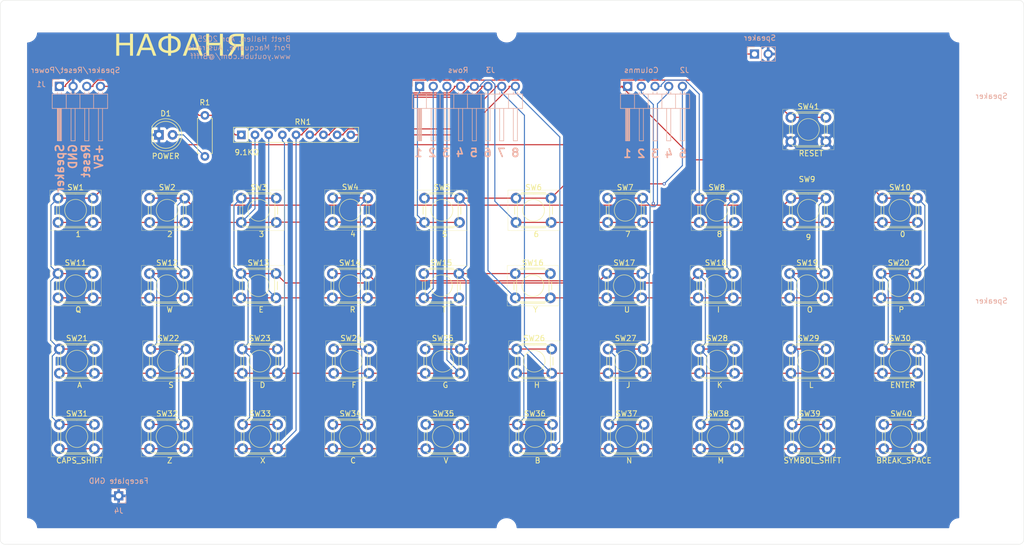
<source format=kicad_pcb>
(kicad_pcb (version 20241229) (generator "pcbnew") (generator_version "9.0")
  (title_block (title "Новая Клавиатура Нафаня/New Nafanya Keyboard") (date "6-Apr-2025") (company "Brett Hallen") (comment 1 "www.youtube.com/@Brfff"))
  (layers (0 "F.Cu" signal) (2 "B.Cu" signal) (13 "F.Paste" user) (15 "B.Paste" user) (5 "F.SilkS" user "F.Silkscreen") (7 "B.SilkS" user "B.Silkscreen") (1 "F.Mask" user) (3 "B.Mask" user) (25 "Edge.Cuts" user))
  (net 0 "")
  (net 1 "GND")
  (net 2 "Net-(D1-A)")
  (net 3 "SPEAKER")
  (net 4 "COL2")
  (net 5 "ROW6")
  (net 6 "ROW1")
  (net 7 "RESET")
  (net 8 "ROW5")
  (net 9 "ROW2")
  (net 10 "COL1")
  (net 11 "ROW8")
  (net 12 "ROW4")
  (net 13 "COL3")
  (net 14 "ROW3")
  (net 15 "ROW7")
  (net 16 "+5V")
  (net 17 "COL4")
  (net 18 "COL5")
  (footprint "Button_Switch_THT:SW_PUSH_6mm_H8.5mm" (layer "F.Cu") (at 117.75 128.75)
    (property "Reference" "SW34")
    (property "Value" "C")
  )
  (footprint "Button_Switch_THT:SW_PUSH_6mm_H8.5mm" (layer "F.Cu") (at 186 128.75)
    (property "Reference" "SW38")
    (property "Value" "M")
  )
  (footprint "Button_Switch_THT:SW_PUSH_6mm_H8.5mm" (layer "F.Cu") (at 169 128.75)
    (property "Reference" "SW37")
    (property "Value" "N")
  )
  (footprint "Button_Switch_THT:SW_PUSH_6mm_H8.5mm" (layer "F.Cu") (at 83.7222 100.75)
    (property "Reference" "SW12")
    (property "Value" "W")
  )
  (footprint "Resistor_THT:R_Array_SIP9" (layer "F.Cu") (at 100.76 75)
    (property "Reference" "RN1")
    (property "Value" "9.1KΩ")
  )
  (footprint "Button_Switch_THT:SW_PUSH_6mm_H8.5mm" (layer "F.Cu") (at 134.6389 100.75)
    (property "Reference" "SW15")
    (property "Value" "T")
  )
  (footprint "Button_Switch_THT:SW_PUSH_6mm_H8.5mm" (layer "F.Cu") (at 117.9167 114.75)
    (property "Reference" "SW24")
    (property "Value" "F")
  )
  (footprint "Button_Switch_THT:SW_PUSH_6mm_H8.5mm" (layer "F.Cu") (at 219.75 86.75)
    (property "Reference" "SW10")
    (property "Value" "0")
  )
  (footprint "Button_Switch_THT:SW_PUSH_6mm_H8.5mm" (layer "F.Cu") (at 219.75 114.75)
    (property "Reference" "SW30")
    (property "Value" "ENTER")
  )
  (footprint "Button_Switch_THT:SW_PUSH_6mm_H8.5mm" (layer "F.Cu") (at 151.75 86.75)
    (property "Reference" "SW6")
    (property "Value" "6")
  )
  (footprint "Button_Switch_THT:SW_PUSH_6mm_H8.5mm" (layer "F.Cu") (at 185.8056 114.75)
    (property "Reference" "SW28")
    (property "Value" "K")
  )
  (footprint "MountingHole:MountingHole_3.2mm_M3" (layer "F.Cu") (at 234 56)
    (property "Reference" "H5" (hide yes))
    (property "Value" "PCB" (hide yes))
  )
  (footprint "Button_Switch_THT:SW_PUSH_6mm_H8.5mm" (layer "F.Cu") (at 168.75 86.75)
    (property "Reference" "SW7")
    (property "Value" "7")
  )
  (footprint "Button_Switch_THT:SW_PUSH_6mm_H8.5mm" (layer "F.Cu") (at 185.75 86.75)
    (property "Reference" "SW8")
    (property "Value" "8")
  )
  (footprint "Button_Switch_THT:SW_PUSH_6mm_H8.5mm" (layer "F.Cu") (at 152 128.75)
    (property "Reference" "SW36")
    (property "Value" "B")
  )
  (footprint "Resistor_THT:R_Axial_DIN0207_L6.3mm_D2.5mm_P7.62mm_Horizontal" (layer "F.Cu") (at 94 79 90)
    (property "Reference" "R1")
    (property "Value" "300Ω" (hide yes))
  )
  (footprint "Button_Switch_THT:SW_PUSH_6mm_H8.5mm" (layer "F.Cu") (at 83.7222 128.75)
    (property "Reference" "SW32")
    (property "Value" "Z")
  )
  (footprint "Button_Switch_THT:SW_PUSH_6mm_H8.5mm" (layer "F.Cu") (at 151.8611 114.75)
    (property "Reference" "SW26")
    (property "Value" "H")
  )
  (footprint "Button_Switch_THT:SW_PUSH_6mm_H8.5mm" (layer "F.Cu") (at 168.5833 100.75)
    (property "Reference" "SW17")
    (property "Value" "U")
  )
  (footprint "Button_Switch_THT:SW_PUSH_6mm_H8.5mm" (layer "F.Cu") (at 66.75 86.75)
    (property "Reference" "SW1")
    (property "Value" "1")
  )
  (footprint "Button_Switch_THT:SW_PUSH_6mm_H8.5mm" (layer "F.Cu") (at 202.5278 100.75)
    (property "Reference" "SW19")
    (property "Value" "O")
  )
  (footprint "MountingHole:MountingHole_3.2mm_M3" (layer "F.Cu") (at 150 56)
    (property "Reference" "H7" (hide yes))
    (property "Value" "PCB" (hide yes))
  )
  (footprint "Button_Switch_THT:SW_PUSH_6mm_H8.5mm" (layer "F.Cu") (at 101 128.75)
    (property "Reference" "SW33")
    (property "Value" "X")
  )
  (footprint "Button_Switch_THT:SW_PUSH_6mm_H8.5mm" (layer "F.Cu") (at 117.6667 100.75)
    (property "Reference" "SW14")
    (property "Value" "R")
  )
  (footprint "Button_Switch_THT:SW_PUSH_6mm_H8.5mm" (layer "F.Cu") (at 100.75 86.75)
    (property "Reference" "SW3")
    (property "Value" "3")
  )
  (footprint "Button_Switch_THT:SW_PUSH_6mm_H8.5mm" (layer "F.Cu") (at 134.8889 114.75)
    (property "Reference" "SW25")
    (property "Value" "G")
  )
  (footprint "Button_Switch_THT:SW_PUSH_6mm_H8.5mm" (layer "F.Cu") (at 120.9757 88.9569)
    (property "Reference" "SW4")
    (property "Value" "4")
  )
  (footprint "Button_Switch_THT:SW_PUSH_6mm_H8.5mm" (layer "F.Cu") (at 202.7778 114.75)
    (property "Reference" "SW29")
    (property "Value" "L")
  )
  (footprint "Button_Switch_THT:SW_PUSH_6mm_H8.5mm" (layer "F.Cu") (at 83.75 86.75)
    (property "Reference" "SW2")
    (property "Value" "2")
  )
  (footprint "Button_Switch_THT:SW_PUSH_6mm_H8.5mm" (layer "F.Cu") (at 220 128.75)
    (property "Reference" "SW40")
    (property "Value" "BREAK_SPACE")
  )
  (footprint "MountingHole:MountingHole_3.2mm_M3" (layer "F.Cu") (at 61 56)
    (property "Reference" "H4" (hide yes))
    (property "Value" "PCB" (hide yes))
  )
  (footprint "Button_Switch_THT:SW_PUSH_6mm_H8.5mm" (layer "F.Cu") (at 185.5556 100.75)
    (property "Reference" "SW18")
    (property "Value" "I")
  )
  (footprint "Button_Switch_THT:SW_PUSH_6mm_H8.5mm" (layer "F.Cu") (at 134.75 86.75)
    (property "Reference" "SW5")
    (property "Value" "5")
  )
  (footprint "Button_Switch_THT:SW_PUSH_6mm_H8.5mm" (layer "F.Cu") (at 83.9722 114.75)
    (property "Reference" "SW22")
    (property "Value" "S")
  )
  (footprint "Button_Switch_THT:SW_PUSH_6mm_H8.5mm" (layer "F.Cu") (at 168.8333 114.75)
    (property "Reference" "SW27")
    (property "Value" "J")
  )
  (footprint "Button_Switch_THT:SW_PUSH_6mm_H8.5mm" (layer "F.Cu") (at 66.75 100.75)
    (property "Reference" "SW11")
    (property "Value" "Q")
  )
  (footprint "Button_Switch_THT:SW_PUSH_6mm_H8.5mm" (layer "F.Cu") (at 100.6944 100.75)
    (property "Reference" "SW13")
    (property "Value" "E")
  )
  (footprint "Button_Switch_THT:SW_PUSH_6mm_H8.5mm" (layer "F.Cu") (at 67 114.75)
    (property "Reference" "SW21")
    (property "Value" "A")
  )
  (footprint "Button_Switch_THT:SW_PUSH_6mm_H8.5mm" (layer "F.Cu") (at 151.6111 100.75)
    (property "Reference" "SW16")
    (property "Value" "Y")
  )
  (footprint "Button_Switch_THT:SW_PUSH_6mm_H8.5mm" (layer "F.Cu") (at 219.5 100.75)
    (property "Reference" "SW20")
    (property "Value" "P")
  )
  (footprint "MountingHole:MountingHole_3.2mm_M3" (layer "F.Cu") (at 150 148)
    (property "Reference" "H6" (hide yes))
    (property "Value" "PCB" (hide yes))
  )
  (footprint "MountingHole:MountingHole_3.2mm_M3" (layer "F.Cu") (at 234 148)
    (property "Reference" "H2" (hide yes))
    (property "Value" "PCB" (hide yes))
  )
  (footprint "MountingHole:MountingHole_3.2mm_M3" (layer "F.Cu") (at 61 148)
    (property "Reference" "H3" (hide yes))
    (property "Value" "PCB" (hide yes))
  )
  (footprint "Button_Switch_THT:SW_PUSH_6mm_H8.5mm" (layer "F.Cu") (at 100.9444 114.75)
    (property "Reference" "SW23")
    (property "Value" "D")
  )
  (footprint "Button_Switch_THT:SW_PUSH_6mm_H8.5mm" (layer "F.Cu") (at 203 128.75)
    (property "Reference" "SW39")
    (property "Value" "SYMBOL_SHIFT")
  )
  (footprint "Button_Switch_THT:SW_PUSH_6mm_H8.5mm" (layer "F.Cu") (at 135 128.75)
    (property "Reference" "SW35")
    (property "Value" "V")
  )
  (footprint "Button_Switch_THT:SW_PUSH_6mm_H8.5mm" (layer "F.Cu") (at 67 128.75)
    (property "Reference" "SW31")
    (property "Value" "CAPS_SHIFT")
  )
  (footprint "Button_Switch_THT:SW_PUSH_6mm_H8.5mm" (layer "F.Cu") (at 202.75 71.75)
    (property "Reference" "SW41")
    (property "Value" "RESET")
  )
  (footprint "LED_THT:LED_D5.0mm" (layer "F.Cu") (at 85.46 75)
    (property "Reference" "D1")
    (property "Value" "POWER")
  )
  (footprint "Button_Switch_THT:SW_PUSH_6mm_H8.5mm" (layer "F.Cu") (at 206 89)
    (property "Reference" "SW9")
    (property "Value" "9")
  )
  (footprint "Connector_PinSocket_2.54mm:PinSocket_1x01_P2.54mm_Vertical" (layer "B.Cu") (at 78 142)
    (property "Reference" "J4")
    (property "Value" "Faceplate GND")
  )
  (footprint "MountingHole:MountingHole_3.2mm_M3" (layer "B.Cu") (at 240 72)
    (property "Reference" "H8" (hide yes))
    (property "Value" "Speaker")
  )
  (footprint "Connector_PinHeader_2.54mm:PinHeader_1x05_P2.54mm_Horizontal" (layer "B.Cu") (at 172.46 66 -90)
    (property "Reference" "J2")
    (property "Value" "Columns")
  )
  (footprint "Connector_PinHeader_2.54mm:PinHeader_1x08_P2.54mm_Horizontal" (layer "B.Cu") (at 133.84 66 -90)
    (property "Reference" "J3")
    (property "Value" "Rows")
  )
  (footprint "MountingHole:MountingHole_3.2mm_M3" (layer "B.Cu") (at 240 110)
    (property "Reference" "H1" (hide yes))
    (property "Value" "Speaker")
  )
  (footprint "Connector_PinHeader_2.54mm:PinHeader_1x02_P2.54mm_Vertical" (layer "B.Cu") (at 196 60 -90)
    (property "Reference" "LS1" (hide yes))
    (property "Value" "Speaker")
  )
  (footprint "Connector_PinHeader_2.54mm:PinHeader_1x04_P2.54mm_Horizontal" (layer "B.Cu") (at 67 66 -90)
    (property "Reference" "J1")
    (property "Value" "Speaker/Reset/Power")
  )
  (gr_arc (start 246 150) (mid 245.707107 150.707107) (end 245 151) (stroke (width 0.05)) (layer "Edge.Cuts"))
  (gr_line (start 57 50) (end 245 50) (stroke (width 0.05)) (layer "Edge.Cuts"))
  (gr_line (start 56 150) (end 56 51) (stroke (width 0.05)) (layer "Edge.Cuts"))
  (gr_arc (start 56 51) (mid 56.292893 50.292893) (end 57 50) (stroke (width 0.05)) (layer "Edge.Cuts"))
  (gr_line (start 246 51) (end 246 150) (stroke (width 0.05)) (layer "Edge.Cuts"))
  (gr_arc (start 245 50) (mid 245.707107 50.292893) (end 246 51) (stroke (width 0.05)) (layer "Edge.Cuts"))
  (gr_line (start 245 151) (end 57 151) (stroke (width 0.05)) (layer "Edge.Cuts"))
  (gr_arc (start 57 151) (mid 56.292893 150.707107) (end 56 150) (stroke (width 0.05)) (layer "Edge.Cuts"))
  (gr_text "НАФАНЯ" (at 77 61 0) (layer "F.SilkS") (effects (font (size 4 4) (thickness 0.1)) (justify left bottom)))
  (gr_text "8 7 6 5 4 3 2 1" (at 152.527262 79.210187 0) (layer "B.SilkS") (effects (font (size 1.5 1.5) (thickness 0.3) (bold yes)) (justify left bottom mirror)))
  (gr_text "Speaker\nGND\nReset\n+5V" (at 75.197264 76.55 90) (layer "B.SilkS") (effects (font (size 1.5 1.5) (thickness 0.3) (bold yes)) (justify left bottom mirror)))
  (gr_text "5 4 3 2 1" (at 183.59128 79.37124 0) (layer "B.SilkS") (effects (font (size 1.5 1.5) (thickness 0.3) (bold yes)) (justify left bottom mirror)))
  (gr_text "Brett Hallen, Apr 2025\nPort Macquarie, Australia\nwww.youtube.com/@Brfff" (at 110 61 0) (layer "B.SilkS") (effects (font (size 1 1) (thickness 0.1)) (justify left bottom mirror)))
  (segment (start 90 75) (end 94 79) (width 0.2) (layer "B.Cu") (net 2))
  (segment (start 88 75) (end 90 75) (width 0.2) (layer "B.Cu") (net 2))
  (segment (start 196 60) (end 73.8638 60) (width 0.2) (layer "F.Cu") (net 3))
  (segment (start 67 66) (end 68.1517 66) (width 0.2) (layer "F.Cu") (net 3))
  (segment (start 73.8638 60) (end 68.1517 65.7121) (width 0.2) (layer "F.Cu") (net 3))
  (segment (start 68.1517 65.7121) (end 68.1517 66) (width 0.2) (layer "F.Cu") (net 3))
  (segment (start 90.2222 100.75) (end 83.7222 100.75) (width 0.2) (layer "F.Cu") (net 4))
  (segment (start 90.4722 114.75) (end 83.9722 114.75) (width 0.2) (layer "F.Cu") (net 4))
  (segment (start 83.75 86.75) (end 90.25 86.75) (width 0.2) (layer "F.Cu") (net 4))
  (segment (start 209.25 86.75) (end 202.75 86.75) (width 0.2) (layer "F.Cu") (net 4))
  (segment (start 177.2296 88.0526) (end 201.4474 88.0526) (width 0.2) (layer "F.Cu") (net 4))
  (segment (start 91.5526 88.0526) (end 177.2296 88.0526) (width 0.2) (layer "F.Cu") (net 4))
  (segment (start 201.4474 88.0526) (end 202.75 86.75) (width 0.2) (layer "F.Cu") (net 4))
  (segment (start 177.2296 87.7217) (end 177.2296 88.0526) (width 0.2) (layer "F.Cu") (net 4))
  (segment (start 209.2778 114.75) (end 202.7778 114.75) (width 0.2) (layer "F.Cu") (net 4))
  (segment (start 209.0278 100.75) (end 202.5278 100.75) (width 0.2) (layer "F.Cu") (net 4))
  (segment (start 90.25 86.75) (end 91.5526 88.0526) (width 0.2) (layer "F.Cu") (net 4))
  (segment (start 209.5 128.75) (end 203 128.75) (width 0.2) (layer "F.Cu") (net 4))
  (segment (start 90.2222 128.75) (end 83.7222 128.75) (width 0.2) (layer "F.Cu") (net 4))
  (via (at 177.2296 87.7217) (size 0.6) (drill 0.3) (layers "F.Cu" "B.Cu") (net 4))
  (segment (start 88.8962 99.424) (end 90.2222 100.75) (width 0.2) (layer "B.Cu") (net 4))
  (segment (start 83.9722 114.75) (end 85.0502 113.672) (width 0.2) (layer "B.Cu") (net 4))
  (segment (start 175 67.1517) (end 177.2296 69.3813) (width 0.2) (layer "B.Cu") (net 4))
  (segment (start 85.0502 113.672) (end 85.0502 102.078) (width 0.2) (layer "B.Cu") (net 4))
  (segment (start 85.0502 102.078) (end 83.7222 100.75) (width 0.2) (layer "B.Cu") (net 4))
  (segment (start 204.0815 115.0926) (end 203.7389 114.75) (width 0.2) (layer "B.Cu") (net 4))
  (segment (start 88.8962 88.1038) (end 88.8962 99.424) (width 0.2) (layer "B.Cu") (net 4))
  (segment (start 209.25 86.75) (end 207.9463 88.0537) (width 0.2) (layer "B.Cu") (net 4))
  (segment (start 207.9463 88.0537) (end 207.9463 99.6685) (width 0.2) (layer "B.Cu") (net 4))
  (segment (start 204.0815 127.6685) (end 204.0815 115.0926) (width 0.2) (layer "B.Cu") (net 4))
  (segment (start 175 66) (end 175 67.1517) (width 0.2) (layer "B.Cu") (net 4))
  (segment (start 90.4722 114.75) (end 89.1546 116.0676) (width 0.2) (layer "B.Cu") (net 4))
  (segment (start 203 128.75) (end 204.0815 127.6685) (width 0.2) (layer "B.Cu") (net 4))
  (segment (start 203.7389 114.75) (end 202.7778 114.75) (width 0.2) (layer "B.Cu") (net 4))
  (segment (start 203.7389 114.75) (end 203.85 114.6389) (width 0.2) (layer "B.Cu") (net 4))
  (segment (start 89.1546 116.0676) (end 89.1546 127.6824) (width 0.2) (layer "B.Cu") (net 4))
  (segment (start 207.9463 99.6685) (end 209.0278 100.75) (width 0.2) (layer "B.Cu") (net 4))
  (segment (start 90.25 86.75) (end 88.8962 88.1038) (width 0.2) (layer "B.Cu") (net 4))
  (segment (start 89.1546 127.6824) (end 90.2222 128.75) (width 0.2) (layer "B.Cu") (net 4))
  (segment (start 177.2296 69.3813) (end 177.2296 87.7217) (width 0.2) (layer "B.Cu") (net 4))
  (segment (start 203.85 114.6389) (end 203.85 102.0722) (width 0.2) (layer "B.Cu") (net 4))
  (segment (start 203.85 102.0722) (end 202.5278 100.75) (width 0.2) (layer "B.Cu") (net 4))
  (segment (start 151.6111 105.25) (end 158.1111 105.25) (width 0.2) (layer "F.Cu") (net 5))
  (segment (start 145.3883 66.2685) (end 145.3883 66) (width 0.2) (layer "F.Cu") (net 5))
  (segment (start 219.5 105.25) (end 209.0278 105.25) (width 0.2) (layer "F.Cu") (net 5))
  (segment (start 117.1017 75) (end 117.1017 74.8623) (width 0.2) (layer "F.Cu") (net 5))
  (segment (start 117.1017 74.8623) (end 123.9463 68.0177) (width 0.2) (layer "F.Cu") (net 5))
  (segment (start 226 105.25) (end 219.5 105.25) (width 0.2) (layer "F.Cu") (net 5))
  (segment (start 143.6391 68.0177) (end 145.3883 66.2685) (width 0.2) (layer "F.Cu") (net 5))
  (segment (start 123.9463 68.0177) (end 143.6391 68.0177) (width 0.2) (layer "F.Cu") (net 5))
  (segment (start 146.54 66) (end 145.3883 66) (width 0.2) (layer "F.Cu") (net 5))
  (segment (start 116 75) (end 117.1017 75) (width 0.2) (layer "F.Cu") (net 5))
  (segment (start 175.0833 105.25) (end 168.5833 105.25) (width 0.2) (layer "F.Cu") (net 5))
  (segment (start 158.1111 105.25) (end 168.5833 105.25) (width 0.2) (layer "F.Cu") (net 5))
  (segment (start 192.0556 105.25) (end 185.5556 105.25) (width 0.2) (layer "F.Cu") (net 5))
  (segment (start 192.0556 105.25) (end 202.5278 105.25) (width 0.2) (layer "F.Cu") (net 5))
  (segment (start 185.5556 105.25) (end 175.0833 105.25) (width 0.2) (layer "F.Cu") (net 5))
  (segment (start 209.0278 105.25) (end 202.5278 105.25) (width 0.2) (layer "F.Cu") (net 5))
  (segment (start 151.6111 105.25) (end 146.54 100.1789) (width 0.2) (layer "B.Cu") (net 5))
  (segment (start 146.54 100.1789) (end 146.54 66) (width 0.2) (layer "B.Cu") (net 5))
  (segment (start 90.25 91.25) (end 100.75 91.25) (width 0.2) (layer "F.Cu") (net 6))
  (segment (start 124.2257 91.2058) (end 117.7257 91.2058) (width 0.2) (layer "F.Cu") (net 6))
  (segment (start 73.25 91.25) (end 66.75 91.25) (width 0.2) (layer "F.Cu") (net 6))
  (segment (start 134.75 91.25) (end 124.2699 91.25) (width 0.2) (layer "F.Cu") (net 6))
  (segment (start 90.25 91.25) (end 83.75 91.25) (width 0.2) (layer "F.Cu") (net 6))
  (segment (start 141.25 91.25) (end 134.75 91.25) (width 0.2) (layer "F.Cu") (net 6))
  (segment (start 83.75 91.25) (end 73.25 91.25) (width 0.2) (layer "F.Cu") (net 6))
  (segment (start 107.2942 91.2058) (end 107.25 91.25) (width 0.2) (layer "F.Cu") (net 6))
  (segment (start 117.7257 91.2058) (end 107.2942 91.2058) (width 0.2) (layer "F.Cu") (net 6))
  (segment (start 124.2699 91.25) (end 124.2257 91.2058) (width 0.2) (layer "F.Cu") (net 6))
  (segment (start 107.25 91.25) (end 100.75 91.25) (width 0.2) (layer "F.Cu") (net 6))
  (segment (start 133.4451 89.9451) (end 133.4451 67.5466) (width 0.2) (layer "B.Cu") (net 6))
  (segment (start 134.75 91.25) (end 133.4451 89.9451) (width 0.2) (layer "B.Cu") (net 6))
  (segment (start 133.4451 67.5466) (end 133.84 67.1517) (width 0.2) (layer "B.Cu") (net 6))
  (segment (start 103.3 75) (end 103.3 88.7) (width 0.2) (layer "B.Cu") (net 6))
  (segment (start 103.3 88.7) (end 100.75 91.25) (width 0.2) (layer "B.Cu") (net 6))
  (segment (start 133.84 66) (end 133.84 67.1517) (width 0.2) (layer "B.Cu") (net 6))
  (segment (start 202.75 71.75) (end 195.8396 64.8396) (width 0.2) (layer "F.Cu") (net 7))
  (segment (start 209.25 71.75) (end 202.75 71.75) (width 0.2) (layer "F.Cu") (net 7))
  (segment (start 74.1236 64.8396) (end 73.2317 65.7315) (width 0.2) (layer "F.Cu") (net 7))
  (segment (start 195.8396 64.8396) (end 74.1236 64.8396) (width 0.2) (layer "F.Cu") (net 7))
  (segment (start 73.2317 65.7315) (end 73.2317 66) (width 0.2) (layer "F.Cu") (net 7))
  (segment (start 72.08 66) (end 73.2317 66) (width 0.2) (layer "F.Cu") (net 7))
  (segment (start 175.25 91.25) (end 168.75 91.25) (width 0.2) (layer "F.Cu") (net 8))
  (segment (start 113.46 75) (end 114.5617 75) (width 0.2) (layer "F.Cu") (net 8))
  (segment (start 121.808 67.616) (end 141.5008 67.616) (width 0.2) (layer "F.Cu") (net 8))
  (segment (start 114.5617 75) (end 114.5617 74.8623) (width 0.2) (layer "F.Cu") (net 8))
  (segment (start 202.75 91.25) (end 209.25 91.25) (width 0.2) (layer "F.Cu") (net 8))
  (segment (start 202.75 91.25) (end 192.25 91.25) (width 0.2) (layer "F.Cu") (net 8))
  (segment (start 142.8483 66.2685) (end 142.8483 66) (width 0.2) (layer "F.Cu") (net 8))
  (segment (start 192.25 91.25) (end 185.75 91.25) (width 0.2) (layer "F.Cu") (net 8))
  (segment (start 185.75 91.25) (end 175.25 91.25) (width 0.2) (layer "F.Cu") (net 8))
  (segment (start 226.25 91.25) (end 219.75 91.25) (width 0.2) (layer "F.Cu") (net 8))
  (segment (start 141.5008 67.616) (end 142.8483 66.2685) (width 0.2) (layer "F.Cu") (net 8))
  (segment (start 158.25 91.25) (end 151.75 91.25) (width 0.2) (layer "F.Cu") (net 8))
  (segment (start 114.5617 74.8623) (end 121.808 67.616) (width 0.2) (layer "F.Cu") (net 8))
  (segment (start 209.25 91.25) (end 219.75 91.25) (width 0.2) (layer "F.Cu") (net 8))
  (segment (start 168.75 91.25) (end 158.25 91.25) (width 0.2) (layer "F.Cu") (net 8))
  (segment (start 144 66) (end 142.8483 66) (width 0.2) (layer "F.Cu") (net 8))
  (segment (start 151.75 91.25) (end 147.81 87.31) (width 0.2) (layer "B.Cu") (net 8))
  (segment (start 145.1517 65.7315) (end 145.1517 66) (width 0.2) (layer "B.Cu") (net 8))
  (segment (start 146.038 64.8452) (end 145.1517 65.7315) (width 0.2) (layer "B.Cu") (net 8))
  (segment (start 147.81 87.31) (end 147.81 65.6074) (width 0.2) (layer "B.Cu") (net 8))
  (segment (start 147.0478 64.8452) (end 146.038 64.8452) (width 0.2) (layer "B.Cu") (net 8))
  (segment (start 147.81 65.6074) (end 147.0478 64.8452) (width 0.2) (layer "B.Cu") (net 8))
  (segment (start 144 66) (end 145.1517 66) (width 0.2) (layer "B.Cu") (net 8))
  (segment (start 124.1667 105.25) (end 117.6667 105.25) (width 0.2) (layer "F.Cu") (net 9))
  (segment (start 107.1944 105.25) (end 100.6944 105.25) (width 0.2) (layer "F.Cu") (net 9))
  (segment (start 141.1389 105.25) (end 134.6389 105.25) (width 0.2) (layer "F.Cu") (net 9))
  (segment (start 66.75 105.25) (end 73.25 105.25) (width 0.2) (layer "F.Cu") (net 9))
  (segment (start 100.6944 105.25) (end 90.2222 105.25) (width 0.2) (layer "F.Cu") (net 9))
  (segment (start 90.2222 105.25) (end 83.7222 105.25) (width 0.2) (layer "F.Cu") (net 9))
  (segment (start 117.6667 105.25) (end 107.1944 105.25) (width 0.2) (layer "F.Cu") (net 9))
  (segment (start 73.25 105.25) (end 83.7222 105.25) (width 0.2) (layer "F.Cu") (net 9))
  (segment (start 124.1667 105.25) (end 134.6389 105.25) (width 0.2) (layer "F.Cu") (net 9))
  (segment (start 105.84 103.8956) (end 107.1944 105.25) (width 0.2) (layer "B.Cu") (net 9))
  (segment (start 105.84 75) (end 105.84 103.8956) (width 0.2) (layer "B.Cu") (net 9))
  (segment (start 134.6389 105.25) (end 136.38 103.5089) (width 0.2) (layer "B.Cu") (net 9))
  (segment (start 136.38 103.5089) (end 136.38 66) (width 0.2) (layer "B.Cu") (net 9))
  (segment (start 212.6336 79.6336) (end 184.9419 79.6336) (width 0.2) (layer "F.Cu") (net 10))
  (segment (start 226.5 128.75) (end 220 128.75) (width 0.2) (layer "F.Cu") (net 10))
  (segment (start 73.5 114.75) (end 67 114.75) (width 0.2) (layer "F.Cu") (net 10))
  (segment (start 226 100.75) (end 219.5 100.75) (width 0.2) (layer "F.Cu") (net 10))
  (segment (start 172.46 66) (end 171.3083 66) (width 0.2) (layer "F.Cu") (net 10))
  (segment (start 66.75 86.75) (end 73.25 86.75) (width 0.2) (layer "F.Cu") (net 10))
  (segment (start 184.9419 79.6336) (end 171.3083 66) (width 0.2) (layer "F.Cu") (net 10))
  (segment (start 160.4806 76.8277) (end 83.1723 76.8277) (width 0.2) (layer "F.Cu") (net 10))
  (segment (start 226.25 86.75) (end 219.75 86.75) (width 0.2) (layer "F.Cu") (net 10))
  (segment (start 83.1723 76.8277) (end 73.25 86.75) (width 0.2) (layer "F.Cu") (net 10))
  (segment (start 171.3083 66) (end 160.4806 76.8277) (width 0.2) (layer "F.Cu") (net 10))
  (segment (start 73.5 128.75) (end 67 128.75) (width 0.2) (layer "F.Cu") (net 10))
  (segment (start 219.75 86.75) (end 212.6336 79.6336) (width 0.2) (layer "F.Cu") (net 10))
  (segment (start 73.25 100.75) (end 66.75 100.75) (width 0.2) (layer "F.Cu") (net 10))
  (segment (start 226.25 114.75) (end 219.75 114.75) (width 0.2) (layer "F.Cu") (net 10))
  (segment (start 65.3837 113.1337) (end 65.3837 102.1163) (width 0.2) (layer "B.Cu") (net 10))
  (segment (start 65.3837 102.1163) (end 66.75 100.75) (width 0.2) (layer "B.Cu") (net 10))
  (segment (start 65.6904 127.4404) (end 65.6904 116.0596) (width 0.2) (layer "B.Cu") (net 10))
  (segment (start 66.75 100.75) (end 65.4403 99.4403) (width 0.2) (layer "B.Cu") (net 10))
  (segment (start 226.5 128.75) (end 227.5663 127.6837) (width 0.2) (layer "B.Cu") (net 10))
  (segment (start 227.6112 88.1112) (end 226.25 86.75) (width 0.2) (layer "B.Cu") (net 10))
  (segment (start 65.6904 116.0596) (end 67 114.75) (width 0.2) (layer "B.Cu") (net 10))
  (segment (start 227.5663 127.6837) (end 227.5663 116.0663) (width 0.2) (layer "B.Cu") (net 10))
  (segment (start 65.4403 88.0597) (end 66.75 86.75) (width 0.2) (layer "B.Cu") (net 10))
  (segment (start 220.8176 113.6824) (end 220.8176 102.0676) (width 0.2) (layer "B.Cu") (net 10))
  (segment (start 226 100.75) (end 227.6112 99.1388) (width 0.2) (layer "B.Cu") (net 10))
  (segment (start 220.8176 102.0676) (end 219.5 100.75) (width 0.2) (layer "B.Cu") (net 10))
  (segment (start 227.5663 116.0663) (end 226.25 114.75) (width 0.2) (layer "B.Cu") (net 10))
  (segment (start 67 128.75) (end 65.6904 127.4404) (width 0.2) (layer "B.Cu") (net 10))
  (segment (start 219.75 114.75) (end 220.8176 113.6824) (width 0.2) (layer "B.Cu") (net 10))
  (segment (start 227.6112 99.1388) (end 227.6112 88.1112) (width 0.2) (layer "B.Cu") (net 10))
  (segment (start 65.4403 99.4403) (end 65.4403 88.0597) (width 0.2) (layer "B.Cu") (net 10))
  (segment (start 67 114.75) (end 65.3837 113.1337) (width 0.2) (layer "B.Cu") (net 10))
  (segment (start 158.5 133.25) (end 169 133.25) (width 0.2) (layer "F.Cu") (net 11))
  (segment (start 209.5 133.25) (end 203 133.25) (width 0.2) (layer "F.Cu") (net 11))
  (segment (start 203 133.25) (end 192.5 133.25) (width 0.2) (layer "F.Cu") (net 11))
  (segment (start 141.7368 75) (end 121.08 75) (width 0.2) (layer "F.Cu") (net 11))
  (segment (start 152 133.25) (end 158.5 133.25) (width 0.2) (layer "F.Cu") (net 11))
  (segment (start 209.5 133.25) (end 220 133.25) (width 0.2) (layer "F.Cu") (net 11))
  (segment (start 226.5 133.25) (end 220 133.25) (width 0.2) (layer "F.Cu") (net 11))
  (segment (start 150.4683 66.2685) (end 141.7368 75) (width 0.2) (layer "F.Cu") (net 11))
  (segment (start 151.62 66) (end 150.4683 66) (width 0.2) (layer "F.Cu") (net 11))
  (segment (start 192.5 133.25) (end 186 133.25) (width 0.2) (layer "F.Cu") (net 11))
  (segment (start 150.4683 66) (end 150.4683 66.2685) (width 0.2) (layer "F.Cu") (net 11))
  (segment (start 169 133.25) (end 175.5 133.25) (width 0.2) (layer "F.Cu") (net 11))
  (segment (start 175.5 133.25) (end 186 133.25) (width 0.2) (layer "F.Cu") (net 11))
  (segment (start 158.5 133.25) (end 159.8687 131.8813) (width 0.2) (layer "B.Cu") (net 11))
  (segment (start 159.8687 131.8813) (end 159.8687 75.4004) (width 0.2) (layer "B.Cu") (net 11))
  (segment (start 159.8687 75.4004) (end 151.62 67.1517) (width 0.2) (layer "B.Cu") (net 11))
  (segment (start 151.62 66) (end 151.62 67.1517) (width 0.2) (layer "B.Cu") (net 11))
  (segment (start 90.2222 133.25) (end 101 133.25) (width 0.2) (layer "F.Cu") (net 12))
  (segment (start 141.5 133.25) (end 135 133.25) (width 0.2) (layer "F.Cu") (net 12))
  (segment (start 73.5 133.25) (end 83.7222 133.25) (width 0.2) (layer "F.Cu") (net 12))
  (segment (start 124.25 133.25) (end 117.75 133.25) (width 0.2) (layer "F.Cu") (net 12))
  (segment (start 67 133.25) (end 73.5 133.25) (width 0.2) (layer "F.Cu") (net 12))
  (segment (start 101 133.25) (end 107.5 133.25) (width 0.2) (layer "F.Cu") (net 12))
  (segment (start 107.5 133.25) (end 117.75 133.25) (width 0.2) (layer "F.Cu") (net 12))
  (segment (start 112.0217 75) (end 112.0217 74.8623) (width 0.2) (layer "F.Cu") (net 12))
  (segment (start 135 133.25) (end 124.25 133.25) (width 0.2) (layer "F.Cu") (net 12))
  (segment (start 110.92 75) (end 112.0217 75) (width 0.2) (layer "F.Cu") (net 12))
  (segment (start 112.0217 74.8623) (end 119.6697 67.2143) (width 0.2) (layer "F.Cu") (net 12))
  (segment (start 119.6697 67.2143) (end 139.3625 67.2143) (width 0.2) (layer "F.Cu") (net 12))
  (segment (start 141.46 66) (end 140.3083 66) (width 0.2) (layer "F.Cu") (net 12))
  (segment (start 140.3083 66.2685) (end 140.3083 66) (width 0.2) (layer "F.Cu") (net 12))
  (segment (start 83.7222 133.25) (end 90.2222 133.25) (width 0.2) (layer "F.Cu") (net 12))
  (segment (start 139.3625 67.2143) (end 140.3083 66.2685) (width 0.2) (layer "F.Cu") (net 12))
  (segment (start 107.5 133.25) (end 110.92 129.83) (width 0.2) (layer "B.Cu") (net 12))
  (segment (start 110.92 129.83) (end 110.92 75) (width 0.2) (layer "B.Cu") (net 12))
  (segment (start 192.5 128.75) (end 186 128.75) (width 0.2) (layer "F.Cu") (net 13))
  (segment (start 107.1944 100.75) (end 108.932 102.4876) (width 0.2) (layer "F.Cu") (net 13))
  (segment (start 100.6944 100.75) (end 107.1944 100.75) (width 0.2) (layer "F.Cu") (net 13))
  (segment (start 108.932 102.4876) (end 183.818 102.4876) (width 0.2) (layer "F.Cu") (net 13))
  (segment (start 107.4444 114.75) (end 100.9444 114.75) (width 0.2) (layer "F.Cu") (net 13))
  (segment (start 192.0556 100.75) (end 185.5556 100.75) (width 0.2) (layer "F.Cu") (net 13))
  (segment (start 107.5 128.75) (end 101 128.75) (width 0.2) (layer "F.Cu") (net 13))
  (segment (start 107.25 86.75) (end 100.75 86.75) (width 0.2) (layer "F.Cu") (net 13))
  (segment (start 192.3056 114.75) (end 185.8056 114.75) (width 0.2) (layer "F.Cu") (net 13))
  (segment (start 183.818 102.4876) (end 185.5556 100.75) (width 0.2) (layer "F.Cu") (net 13))
  (segment (start 192.25 86.75) (end 185.75 86.75) (width 0.2) (layer "F.Cu") (net 13))
  (segment (start 185.75 67.4545) (end 183.1392 64.8437) (width 0.2) (layer "B.Cu") (net 13))
  (segment (start 102.3105 127.4395) (end 101 128.75) (width 0.2) (layer "B.Cu") (net 13))
  (segment (start 190.8917 88.1083) (end 190.8917 99.5861) (width 0.2) (layer "B.Cu") (net 13))
  (segment (start 179.5795 64.8437) (end 178.6917 65.7315) (width 0.2) (layer "B.Cu") (net 13))
  (segment (start 192.25 86.75) (end 190.8917 88.1083) (width 0.2) (layer "B.Cu") (net 13))
  (segment (start 190.8917 99.5861) (end 192.0556 100.75) (width 0.2) (layer "B.Cu") (net 13))
  (segment (start 186.8732 113.6824) (end 185.8056 114.75) (width 0.2) (layer "B.Cu") (net 13))
  (segment (start 100.75 86.75) (end 99.4006 88.0994) (width 0.2) (layer "B.Cu") (net 13))
  (segment (start 187.1203 116.0647) (end 187.1203 127.6297) (width 0.2) (layer "B.Cu") (net 13))
  (segment (start 185.5556 100.75) (end 186.8732 102.0676) (width 0.2) (layer "B.Cu") (net 13))
  (segment (start 100.9444 114.75) (end 102.3105 116.1161) (width 0.2) (layer "B.Cu") (net 13))
  (segment (start 102.3105 116.1161) (end 102.3105 127.4395) (width 0.2) (layer "B.Cu") (net 13))
  (segment (start 187.1203 127.6297) (end 186 128.75) (width 0.2) (layer "B.Cu") (net 13))
  (segment (start 186.8732 102.0676) (end 186.8732 113.6824) (width 0.2) (layer "B.Cu") (net 13))
  (segment (start 178.6917 65.7315) (end 178.6917 66) (width 0.2) (layer "B.Cu") (net 13))
  (segment (start 99.4006 99.4562) (end 100.6944 100.75) (width 0.2) (layer "B.Cu") (net 13))
  (segment (start 99.4006 88.0994) (end 99.4006 99.4562) (width 0.2) (layer "B.Cu") (net 13))
  (segment (start 102.012 113.6824) (end 100.9444 114.75) (width 0.2) (layer "B.Cu") (net 13))
  (segment (start 185.8056 114.75) (end 187.1203 116.0647) (width 0.2) (layer "B.Cu") (net 13))
  (segment (start 185.75 86.75) (end 185.75 67.4545) (width 0.2) (layer "B.Cu") (net 13))
  (segment (start 100.6944 100.75) (end 102.012 102.0676) (width 0.2) (layer "B.Cu") (net 13))
  (segment (start 102.012 102.0676) (end 102.012 113.6824) (width 0.2) (layer "B.Cu") (net 13))
  (segment (start 177.54 66) (end 178.6917 66) (width 0.2) (layer "B.Cu") (net 13))
  (segment (start 183.1392 64.8437) (end 179.5795 64.8437) (width 0.2) (layer "B.Cu") (net 13))
  (segment (start 134.8889 119.25) (end 124.4167 119.25) (width 0.2) (layer "F.Cu") (net 14))
  (segment (start 90.4722 119.25) (end 83.9722 119.25) (width 0.2) (layer "F.Cu") (net 14))
  (segment (start 124.4167 119.25) (end 117.9167 119.25) (width 0.2) (layer "F.Cu") (net 14))
  (segment (start 100.9444 119.25) (end 90.4722 119.25) (width 0.2) (layer "F.Cu") (net 14))
  (segment (start 107.4444 119.25) (end 117.9167 119.25) (width 0.2) (layer "F.Cu") (net 14))
  (segment (start 141.3889 119.25) (end 134.8889 119.25) (width 0.2) (layer "F.Cu") (net 14))
  (segment (start 67 119.25) (end 73.5 119.25) (width 0.2) (layer "F.Cu") (net 14))
  (segment (start 100.9444 119.25) (end 107.4444 119.25) (width 0.2) (layer "F.Cu") (net 14))
  (segment (start 73.5 119.25) (end 83.9722 119.25) (width 0.2) (layer "F.Cu") (net 14))
  (segment (start 141.3889 119.25) (end 138.92 116.7811) (width 0.2) (layer "B.Cu") (net 14))
  (segment (start 108.7681 76.4898) (end 108.7681 117.9263) (width 0.2) (layer "B.Cu") (net 14))
  (segment (start 108.38 75) (end 108.38 76.1017) (width 0.2) (layer "B.Cu") (net 14))
  (segment (start 108.7681 117.9263) (end 107.4444 119.25) (width 0.2) (layer "B.Cu") (net 14))
  (segment (start 108.38 76.1017) (end 108.7681 76.4898) (width 0.2) (layer "B.Cu") (net 14))
  (segment (start 138.92 116.7811) (end 138.92 66) (width 0.2) (layer "B.Cu") (net 14))
  (segment (start 209.2778 119.25) (end 219.75 119.25) (width 0.2) (layer "F.Cu") (net 15))
  (segment (start 149.08 66) (end 147.9283 66) (width 0.2) (layer "F.Cu") (net 15))
  (segment (start 168.8333 119.25) (end 175.3333 119.25) (width 0.2) (layer "F.Cu") (net 15))
  (segment (start 140.2985 73.8983) (end 147.9283 66.2685) (width 0.2) (layer "F.Cu") (net 15))
  (segment (start 120.6056 73.8983) (end 140.2985 73.8983) (width 0.2) (layer "F.Cu") (net 15))
  (segment (start 119.6417 74.8622) (end 120.6056 73.8983) (width 0.2) (layer "F.Cu") (net 15))
  (segment (start 147.9283 66.2685) (end 147.9283 66) (width 0.2) (layer "F.Cu") (net 15))
  (segment (start 192.3056 119.25) (end 185.8056 119.25) (width 0.2) (layer "F.Cu") (net 15))
  (segment (start 119.6417 75) (end 119.6417 74.8622) (width 0.2) (layer "F.Cu") (net 15))
  (segment (start 175.3333 119.25) (end 185.8056 119.25) (width 0.2) (layer "F.Cu") (net 15))
  (segment (start 118.54 75) (end 119.6417 75) (width 0.2) (layer "F.Cu") (net 15))
  (segment (start 202.7778 119.25) (end 209.2778 119.25) (width 0.2) (layer "F.Cu") (net 15))
  (segment (start 202.7778 119.25) (end 192.3056 119.25) (width 0.2) (layer "F.Cu") (net 15))
  (segment (start 158.3611 119.25) (end 151.8611 119.25) (width 0.2) (layer "F.Cu") (net 15))
  (segment (start 226.25 119.25) (end 219.75 119.25) (width 0.2) (layer "F.Cu") (net 15))
  (segment (start 168.8333 119.25) (end 158.3611 119.25) (width 0.2) (layer "F.Cu") (net 15))
  (segment (start 153.3057 71.3774) (end 153.3057 114.1946) (width 0.2) (layer "B.Cu") (net 15))
  (segment (start 149.08 67.1517) (end 153.3057 71.3774) (width 0.2) (layer "B.Cu") (net 15))
  (segment (start 153.3057 114.1946) (end 158.3611 119.25) (width 0.2) (layer "B.Cu") (net 15))
  (segment (start 149.08 66) (end 149.08 67.1517) (width 0.2) (layer "B.Cu") (net 15))
  (segment (start 87.5183 66) (end 74.62 66) (width 0.2) (layer "F.Cu") (net 16))
  (segment (start 96.0383 71.38) (end 99.6583 75) (width 0.2) (layer "F.Cu") (net 16))
  (segment (start 94 71.38) (end 96.0383 71.38) (width 0.2) (layer "F.Cu") (net 16))
  (segment (start 100.76 75) (end 99.6583 75) (width 0.2) (layer "F.Cu") (net 16))
  (segment (start 92.8983 71.38) (end 87.5183 66) (width 0.2) (layer "F.Cu") (net 16))
  (segment (start 94 71.38) (end 92.8983 71.38) (width 0.2) (layer "F.Cu") (net 16))
  (segment (start 175.5 128.75) (end 169 128.75) (width 0.2) (layer "F.Cu") (net 17))
  (segment (start 117.6667 100.75) (end 124.1667 100.75) (width 0.2) (layer "F.Cu") (net 17))
  (segment (start 167.2474 102.0859) (end 168.5833 100.75) (width 0.2) (layer "F.Cu") (net 17))
  (segment (start 175.0833 100.75) (end 168.5833 100.75) (width 0.2) (layer "F.Cu") (net 17))
  (segment (start 124.4167 114.75) (end 117.9167 114.75) (width 0.2) (layer "F.Cu") (net 17))
  (segment (start 175.3333 114.75) (end 168.8333 114.75) (width 0.2) (layer "F.Cu") (net 17))
  (segment (start 124.25 128.75) (end 117.75 128.75) (width 0.2) (layer "F.Cu") (net 17))
  (segment (start 175.25 86.75) (end 168.75 86.75) (width 0.2) (layer "F.Cu") (net 17))
  (segment (start 124.1667 100.75) (end 125.5026 102.0859) (width 0.2) (layer "F.Cu") (net 17))
  (segment (start 125.5026 102.0859) (end 167.2474 102.0859) (width 0.2) (layer "F.Cu") (net 17))
  (segment (start 124.2257 86.7058) (end 117.7257 86.7058) (width 0.2) (layer "F.Cu") (net 17))
  (segment (start 176.6112 100.5903) (end 176.6112 88.3239) (width 0.2) (layer "B.Cu") (net 17))
  (segment (start 122.8582 88.0733) (end 122.8582 100.75) (width 0.2) (layer "B.Cu") (net 17))
  (segment (start 170.1786 127.5714) (end 169 128.75) (width 0.2) (layer "B.Cu") (net 17))
  (segment (start 176.6112 88.3239) (end 176.6112 88.1112) (width 0.2) (layer "B.Cu") (net 17))
  (segment (start 177.9903 69.2414) (end 180.08 67.1517) (width 0.2) (layer "B.Cu") (net 17))
  (segment (start 180.08 66) (end 180.08 67.1517) (width 0.2) (layer "B.Cu") (net 17))
  (segment (start 122.8582 114.4999) (end 123.1083 114.75) (width 0.2) (layer "B.Cu") (net 17))
  (segment (start 177.4973 88.3239) (end 177.9903 87.8309) (width 0.2) (layer "B.Cu") (net 17))
  (segment (start 176.6112 88.1112) (end 175.25 86.75) (width 0.2) (layer "B.Cu") (net 17))
  (segment (start 176.4515 113.6318) (end 175.3333 114.75) (width 0.2) (layer "B.Cu") (net 17))
  (segment (start 168.8333 114.75) (end 170.1786 116.0953) (width 0.2) (layer "B.Cu") (net 17))
  (segment (start 122.8582 100.75) (end 122.8582 114.4999) (width 0.2) (layer "B.Cu") (net 17))
  (segment (start 170.1786 116.0953) (end 170.1786 127.5714) (width 0.2) (layer "B.Cu") (net 17))
  (segment (start 176.4515 100.75) (end 176.4515 113.6318) (width 0.2) (layer "B.Cu") (net 17))
  (segment (start 175.0833 100.75) (end 176.4515 100.75) (width 0.2) (layer "B.Cu") (net 17))
  (segment (start 176.6112 88.3239) (end 177.4973 88.3239) (width 0.2) (layer "B.Cu") (net 17))
  (segment (start 176.4515 100.75) (end 176.6112 100.5903) (width 0.2) (layer "B.Cu") (net 17))
  (segment (start 124.2257 86.7058) (end 122.8582 88.0733) (width 0.2) (layer "B.Cu") (net 17))
  (segment (start 122.8582 100.75) (end 124.1667 100.75) (width 0.2) (layer "B.Cu") (net 17))
  (segment (start 123.1083 114.75) (end 124.4167 114.75) (width 0.2) (layer "B.Cu") (net 17))
  (segment (start 177.9903 87.8309) (end 177.9903 69.2414) (width 0.2) (layer "B.Cu") (net 17))
  (segment (start 123.1083 114.75) (end 123.1083 127.6083) (width 0.2) (layer "B.Cu") (net 17))
  (segment (start 123.1083 127.6083) (end 124.25 128.75) (width 0.2) (layer "B.Cu") (net 17))
  (segment (start 134.75 86.75) (end 141.25 86.75) (width 0.2) (layer "F.Cu") (net 18))
  (segment (start 158.3611 114.75) (end 151.8611 114.75) (width 0.2) (layer "F.Cu") (net 18))
  (segment (start 141.3889 114.75) (end 151.8611 114.75) (width 0.2) (layer "F.Cu") (net 18))
  (segment (start 134.8889 114.75) (end 141.3889 114.75) (width 0.2) (layer "F.Cu") (net 18))
  (segment (start 158.5 128.75) (end 152 128.75) (width 0.2) (layer "F.Cu") (net 18))
  (segment (start 151.75 86.75) (end 158.25 86.75) (width 0.2) (layer "F.Cu") (net 18))
  (segment (start 158.1111 100.75) (end 151.6111 100.75) (width 0.2) (layer "F.Cu") (net 18))
  (segment (start 135 128.75) (end 141.5 128.75) (width 0.2) (layer "F.Cu") (net 18))
  (segment (start 141.25 86.75) (end 151.75 86.75) (width 0.2) (layer "F.Cu") (net 18))
  (segment (start 158.25 86.75) (end 160.906 84.094) (width 0.2) (layer "F.Cu") (net 18))
  (segment (start 141.5 128.75) (end 152 128.75) (width 0.2) (layer "F.Cu") (net 18))
  (segment (start 141.1389 100.75) (end 134.6389 100.75) (width 0.2) (layer "F.Cu") (net 18))
  (segment (start 151.6111 100.75) (end 141.1389 100.75) (width 0.2) (layer "F.Cu") (net 18))
  (segment (start 160.906 84.094) (end 179.2339 84.094) (width 0.2) (layer "F.Cu") (net 18))
  (via (at 179.2339 84.094) (size 0.6) (drill 0.3) (layers "F.Cu" "B.Cu") (net 18))
  (segment (start 142.4748 113.6641) (end 142.4748 102.0859) (width 0.2) (layer "B.Cu") (net 18))
  (segment (start 152 128.75) (end 153.1934 127.5566) (width 0.2) (layer "B.Cu") (net 18))
  (segment (start 153.1934 116.0823) (end 151.8611 114.75) (width 0.2) (layer "B.Cu") (net 18))
  (segment (start 141.25 86.75) (end 142.5954 88.0954) (width 0.2) (layer "B.Cu") (net 18))
  (segment (start 141.3889 114.75) (end 142.4748 113.6641) (width 0.2) (layer "B.Cu") (net 18))
  (segment (start 142.5954 99.2935) (end 141.1389 100.75) (width 0.2) (layer "B.Cu") (net 18))
  (segment (start 153.1934 127.5566) (end 153.1934 116.0823) (width 0.2) (layer "B.Cu") (net 18))
  (segment (start 179.2339 84.094) (end 182.62 80.7079) (width 0.2) (layer "B.Cu") (net 18))
  (segment (start 142.4748 102.0859) (end 141.1389 100.75) (width 0.2) (layer "B.Cu") (net 18))
  (segment (start 142.5954 88.0954) (end 142.5954 99.2935) (width 0.2) (layer "B.Cu") (net 18))
  (segment (start 182.62 80.7079) (end 182.62 66) (width 0.2) (layer "B.Cu") (net 18))
  (zone (net 1) (net_name "GND") (layer "B.Cu") (connect_pads (clearance 0.5)) (min_thickness 0.25) (fill yes (thermal_gap 0.5) (thermal_bridge_width 0.5))
    (polygon (pts (xy 61 56) (xy 61 148) (xy 234 148) (xy 234 56)))
  )
)
</source>
